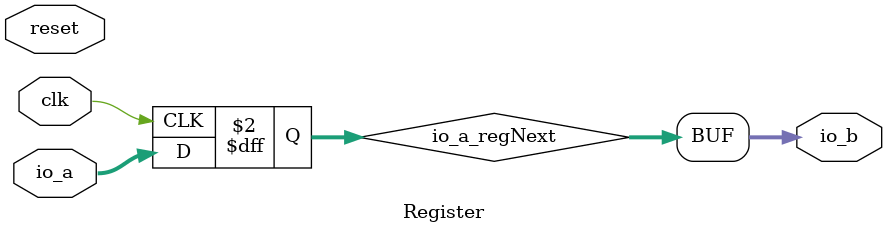
<source format=v>

`timescale 1ns/1ps

module Register (
  input      [15:0]   io_a,
  output     [15:0]   io_b,
  input               clk,
  input               reset
);

  reg        [15:0]   io_a_regNext;

  assign io_b = io_a_regNext; // @[Units.scala 32:8]
  always @(posedge clk) begin
    io_a_regNext <= io_a; // @[Reg.scala 39:30]
  end


endmodule

</source>
